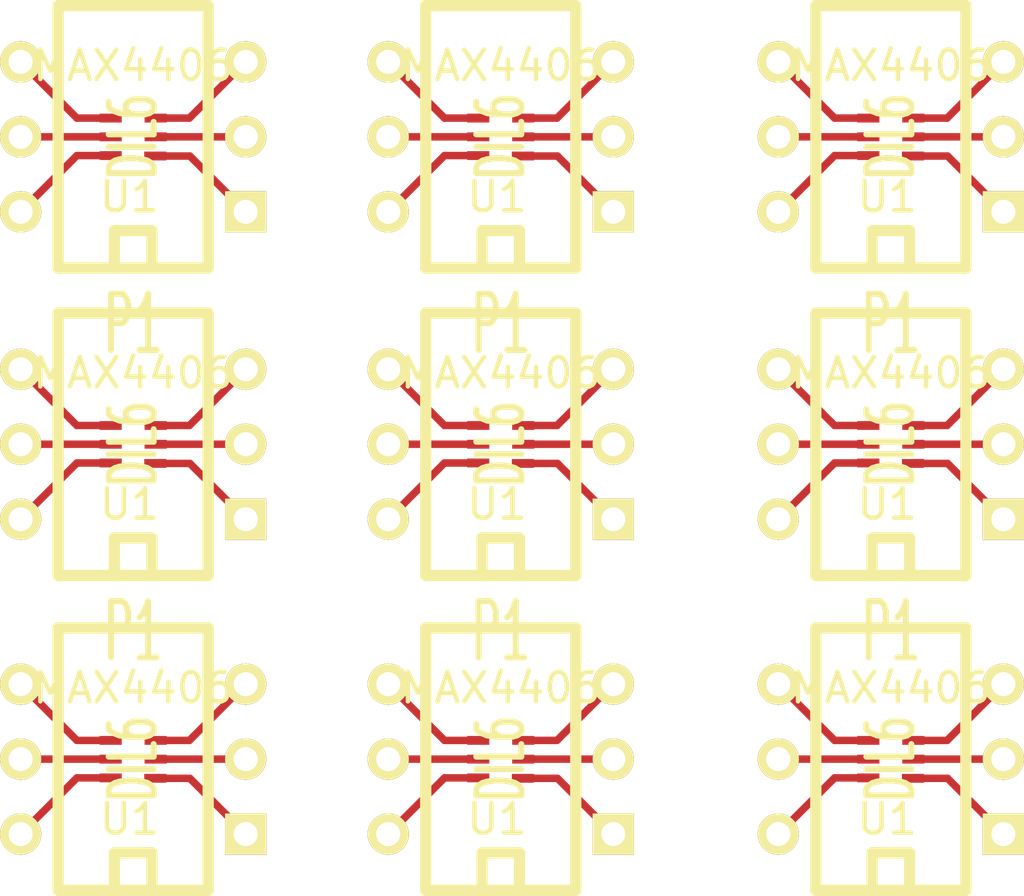
<source format=kicad_pcb>
(kicad_pcb (version 3) (host pcbnew "(2013-mar-13)-testing")

  (general
    (links 102)
    (no_connects 48)
    (area 124.6886 87.668099 160.156929 121.2977)
    (thickness 1.6)
    (drawings 0)
    (tracks 90)
    (zones 0)
    (modules 18)
    (nets 7)
  )

  (page A4)
  (layers
    (15 F.Cu signal)
    (0 B.Cu signal hide)
    (16 B.Adhes user hide)
    (17 F.Adhes user hide)
    (18 B.Paste user hide)
    (19 F.Paste user hide)
    (20 B.SilkS user hide)
    (21 F.SilkS user hide)
    (22 B.Mask user hide)
    (23 F.Mask user hide)
    (24 Dwgs.User user hide)
    (25 Cmts.User user hide)
    (26 Eco1.User user hide)
    (27 Eco2.User user hide)
    (28 Edge.Cuts user hide)
  )

  (setup
    (last_trace_width 0.254)
    (trace_clearance 0.254)
    (zone_clearance 0.508)
    (zone_45_only no)
    (trace_min 0.254)
    (segment_width 0.2)
    (edge_width 0.1)
    (via_size 0.889)
    (via_drill 0.635)
    (via_min_size 0.889)
    (via_min_drill 0.508)
    (uvia_size 0.508)
    (uvia_drill 0.127)
    (uvias_allowed no)
    (uvia_min_size 0.508)
    (uvia_min_drill 0.127)
    (pcb_text_width 0.3)
    (pcb_text_size 1.5 1.5)
    (mod_edge_width 0.15)
    (mod_text_size 1 1)
    (mod_text_width 0.15)
    (pad_size 1.5 1.5)
    (pad_drill 0.6)
    (pad_to_mask_clearance 0)
    (aux_axis_origin 0 0)
    (visible_elements 7FFFFFFF)
    (pcbplotparams
      (layerselection 32768)
      (usegerberextensions false)
      (excludeedgelayer true)
      (linewidth 0.150000)
      (plotframeref false)
      (viasonmask false)
      (mode 1)
      (useauxorigin false)
      (hpglpennumber 1)
      (hpglpenspeed 20)
      (hpglpendiameter 15)
      (hpglpenoverlay 2)
      (psnegative false)
      (psa4output false)
      (plotreference true)
      (plotvalue true)
      (plotothertext true)
      (plotinvisibletext false)
      (padsonsilk false)
      (subtractmaskfromsilk false)
      (outputformat 2)
      (mirror true)
      (drillshape 0)
      (scaleselection 1)
      (outputdirectory ""))
  )

  (net 0 "")
  (net 1 N-000001)
  (net 2 N-000002)
  (net 3 N-000003)
  (net 4 N-000004)
  (net 5 N-000005)
  (net 6 N-000006)

  (net_class Default "This is the default net class."
    (clearance 0.254)
    (trace_width 0.254)
    (via_dia 0.889)
    (via_drill 0.635)
    (uvia_dia 0.508)
    (uvia_drill 0.127)
    (add_net "")
    (add_net N-000001)
    (add_net N-000002)
    (add_net N-000003)
    (add_net N-000004)
    (add_net N-000005)
    (add_net N-000006)
  )

  (module DIP-6__300 (layer F.Cu) (tedit 49DC487C) (tstamp 55100A28)
    (at 129.4511 92.5576 90)
    (descr "6 pins DIL package, round pads")
    (tags DIL)
    (path /55100322)
    (fp_text reference P1 (at -6.35 0 180) (layer F.SilkS)
      (effects (font (size 1.905 1.016) (thickness 0.2032)))
    )
    (fp_text value DIL6 (at 0 0 90) (layer F.SilkS)
      (effects (font (size 1.524 0.889) (thickness 0.2032)))
    )
    (fp_line (start -4.445 -2.54) (end 4.445 -2.54) (layer F.SilkS) (width 0.381))
    (fp_line (start 4.445 -2.54) (end 4.445 2.54) (layer F.SilkS) (width 0.381))
    (fp_line (start 4.445 2.54) (end -4.445 2.54) (layer F.SilkS) (width 0.381))
    (fp_line (start -4.445 2.54) (end -4.445 -2.54) (layer F.SilkS) (width 0.381))
    (fp_line (start -4.445 -0.635) (end -3.175 -0.635) (layer F.SilkS) (width 0.381))
    (fp_line (start -3.175 -0.635) (end -3.175 0.635) (layer F.SilkS) (width 0.381))
    (fp_line (start -3.175 0.635) (end -4.445 0.635) (layer F.SilkS) (width 0.381))
    (pad 1 thru_hole rect (at -2.54 3.81 90) (size 1.397 1.397) (drill 0.8128)
      (layers *.Cu *.Mask F.SilkS)
      (net 6 N-000006)
    )
    (pad 2 thru_hole circle (at 0 3.81 90) (size 1.397 1.397) (drill 0.8128)
      (layers *.Cu *.Mask F.SilkS)
      (net 5 N-000005)
    )
    (pad 3 thru_hole circle (at 2.54 3.81 90) (size 1.397 1.397) (drill 0.8128)
      (layers *.Cu *.Mask F.SilkS)
      (net 4 N-000004)
    )
    (pad 4 thru_hole circle (at 2.54 -3.81 90) (size 1.397 1.397) (drill 0.8128)
      (layers *.Cu *.Mask F.SilkS)
      (net 3 N-000003)
    )
    (pad 5 thru_hole circle (at 0 -3.81 90) (size 1.397 1.397) (drill 0.8128)
      (layers *.Cu *.Mask F.SilkS)
      (net 1 N-000001)
    )
    (pad 6 thru_hole circle (at -2.54 -3.81 90) (size 1.397 1.397) (drill 0.8128)
      (layers *.Cu *.Mask F.SilkS)
      (net 2 N-000002)
    )
    (model dil/dil_6.wrl
      (at (xyz 0 0 0))
      (scale (xyz 1 1 1))
      (rotate (xyz 0 0 0))
    )
  )

  (module OTDFN6 (layer F.Cu) (tedit 55100848) (tstamp 55100A32)
    (at 129.4511 92.5576 180)
    (path /55100305)
    (fp_text reference U1 (at 0.127 -2.032 180) (layer F.SilkS)
      (effects (font (size 1 1) (thickness 0.15)))
    )
    (fp_text value MAX4406 (at 0 2.413 180) (layer F.SilkS)
      (effects (font (size 1 1) (thickness 0.15)))
    )
    (pad 1 smd rect (at -0.75 -0.65 180) (size 0.75 0.3)
      (layers F.Cu F.Adhes)
      (net 6 N-000006)
    )
    (pad 2 smd rect (at -0.762 0 180) (size 0.75 0.3)
      (layers F.Cu F.Adhes)
      (net 5 N-000005)
    )
    (pad 3 smd rect (at -0.762 0.635 180) (size 0.75 0.3)
      (layers F.Cu F.Adhes)
      (net 4 N-000004)
    )
    (pad 4 smd rect (at 0.762 0.635 180) (size 0.75 0.3)
      (layers F.Cu F.Adhes)
      (net 3 N-000003)
    )
    (pad 5 smd rect (at 0.762 0 180) (size 0.75 0.3)
      (layers F.Cu F.Adhes)
      (net 1 N-000001)
    )
    (pad 6 smd rect (at 0.762 -0.635 180) (size 0.75 0.3)
      (layers F.Cu F.Adhes)
      (net 2 N-000002)
    )
  )

  (module DIP-6__300 (layer F.Cu) (tedit 49DC487C) (tstamp 55100A28)
    (at 141.8971 92.5576 90)
    (descr "6 pins DIL package, round pads")
    (tags DIL)
    (path /55100322)
    (fp_text reference P1 (at -6.35 0 180) (layer F.SilkS)
      (effects (font (size 1.905 1.016) (thickness 0.2032)))
    )
    (fp_text value DIL6 (at 0 0 90) (layer F.SilkS)
      (effects (font (size 1.524 0.889) (thickness 0.2032)))
    )
    (fp_line (start -4.445 -2.54) (end 4.445 -2.54) (layer F.SilkS) (width 0.381))
    (fp_line (start 4.445 -2.54) (end 4.445 2.54) (layer F.SilkS) (width 0.381))
    (fp_line (start 4.445 2.54) (end -4.445 2.54) (layer F.SilkS) (width 0.381))
    (fp_line (start -4.445 2.54) (end -4.445 -2.54) (layer F.SilkS) (width 0.381))
    (fp_line (start -4.445 -0.635) (end -3.175 -0.635) (layer F.SilkS) (width 0.381))
    (fp_line (start -3.175 -0.635) (end -3.175 0.635) (layer F.SilkS) (width 0.381))
    (fp_line (start -3.175 0.635) (end -4.445 0.635) (layer F.SilkS) (width 0.381))
    (pad 1 thru_hole rect (at -2.54 3.81 90) (size 1.397 1.397) (drill 0.8128)
      (layers *.Cu *.Mask F.SilkS)
      (net 6 N-000006)
    )
    (pad 2 thru_hole circle (at 0 3.81 90) (size 1.397 1.397) (drill 0.8128)
      (layers *.Cu *.Mask F.SilkS)
      (net 5 N-000005)
    )
    (pad 3 thru_hole circle (at 2.54 3.81 90) (size 1.397 1.397) (drill 0.8128)
      (layers *.Cu *.Mask F.SilkS)
      (net 4 N-000004)
    )
    (pad 4 thru_hole circle (at 2.54 -3.81 90) (size 1.397 1.397) (drill 0.8128)
      (layers *.Cu *.Mask F.SilkS)
      (net 3 N-000003)
    )
    (pad 5 thru_hole circle (at 0 -3.81 90) (size 1.397 1.397) (drill 0.8128)
      (layers *.Cu *.Mask F.SilkS)
      (net 1 N-000001)
    )
    (pad 6 thru_hole circle (at -2.54 -3.81 90) (size 1.397 1.397) (drill 0.8128)
      (layers *.Cu *.Mask F.SilkS)
      (net 2 N-000002)
    )
    (model dil/dil_6.wrl
      (at (xyz 0 0 0))
      (scale (xyz 1 1 1))
      (rotate (xyz 0 0 0))
    )
  )

  (module OTDFN6 (layer F.Cu) (tedit 55100848) (tstamp 55100A32)
    (at 141.8971 92.5576 180)
    (path /55100305)
    (fp_text reference U1 (at 0.127 -2.032 180) (layer F.SilkS)
      (effects (font (size 1 1) (thickness 0.15)))
    )
    (fp_text value MAX4406 (at 0 2.413 180) (layer F.SilkS)
      (effects (font (size 1 1) (thickness 0.15)))
    )
    (pad 1 smd rect (at -0.75 -0.65 180) (size 0.75 0.3)
      (layers F.Cu F.Adhes)
      (net 6 N-000006)
    )
    (pad 2 smd rect (at -0.762 0 180) (size 0.75 0.3)
      (layers F.Cu F.Adhes)
      (net 5 N-000005)
    )
    (pad 3 smd rect (at -0.762 0.635 180) (size 0.75 0.3)
      (layers F.Cu F.Adhes)
      (net 4 N-000004)
    )
    (pad 4 smd rect (at 0.762 0.635 180) (size 0.75 0.3)
      (layers F.Cu F.Adhes)
      (net 3 N-000003)
    )
    (pad 5 smd rect (at 0.762 0 180) (size 0.75 0.3)
      (layers F.Cu F.Adhes)
      (net 1 N-000001)
    )
    (pad 6 smd rect (at 0.762 -0.635 180) (size 0.75 0.3)
      (layers F.Cu F.Adhes)
      (net 2 N-000002)
    )
  )

  (module DIP-6__300 (layer F.Cu) (tedit 49DC487C) (tstamp 55100A28)
    (at 129.4511 102.9716 90)
    (descr "6 pins DIL package, round pads")
    (tags DIL)
    (path /55100322)
    (fp_text reference P1 (at -6.35 0 180) (layer F.SilkS)
      (effects (font (size 1.905 1.016) (thickness 0.2032)))
    )
    (fp_text value DIL6 (at 0 0 90) (layer F.SilkS)
      (effects (font (size 1.524 0.889) (thickness 0.2032)))
    )
    (fp_line (start -4.445 -2.54) (end 4.445 -2.54) (layer F.SilkS) (width 0.381))
    (fp_line (start 4.445 -2.54) (end 4.445 2.54) (layer F.SilkS) (width 0.381))
    (fp_line (start 4.445 2.54) (end -4.445 2.54) (layer F.SilkS) (width 0.381))
    (fp_line (start -4.445 2.54) (end -4.445 -2.54) (layer F.SilkS) (width 0.381))
    (fp_line (start -4.445 -0.635) (end -3.175 -0.635) (layer F.SilkS) (width 0.381))
    (fp_line (start -3.175 -0.635) (end -3.175 0.635) (layer F.SilkS) (width 0.381))
    (fp_line (start -3.175 0.635) (end -4.445 0.635) (layer F.SilkS) (width 0.381))
    (pad 1 thru_hole rect (at -2.54 3.81 90) (size 1.397 1.397) (drill 0.8128)
      (layers *.Cu *.Mask F.SilkS)
      (net 6 N-000006)
    )
    (pad 2 thru_hole circle (at 0 3.81 90) (size 1.397 1.397) (drill 0.8128)
      (layers *.Cu *.Mask F.SilkS)
      (net 5 N-000005)
    )
    (pad 3 thru_hole circle (at 2.54 3.81 90) (size 1.397 1.397) (drill 0.8128)
      (layers *.Cu *.Mask F.SilkS)
      (net 4 N-000004)
    )
    (pad 4 thru_hole circle (at 2.54 -3.81 90) (size 1.397 1.397) (drill 0.8128)
      (layers *.Cu *.Mask F.SilkS)
      (net 3 N-000003)
    )
    (pad 5 thru_hole circle (at 0 -3.81 90) (size 1.397 1.397) (drill 0.8128)
      (layers *.Cu *.Mask F.SilkS)
      (net 1 N-000001)
    )
    (pad 6 thru_hole circle (at -2.54 -3.81 90) (size 1.397 1.397) (drill 0.8128)
      (layers *.Cu *.Mask F.SilkS)
      (net 2 N-000002)
    )
    (model dil/dil_6.wrl
      (at (xyz 0 0 0))
      (scale (xyz 1 1 1))
      (rotate (xyz 0 0 0))
    )
  )

  (module OTDFN6 (layer F.Cu) (tedit 55100848) (tstamp 55100A32)
    (at 129.4511 102.9716 180)
    (path /55100305)
    (fp_text reference U1 (at 0.127 -2.032 180) (layer F.SilkS)
      (effects (font (size 1 1) (thickness 0.15)))
    )
    (fp_text value MAX4406 (at 0 2.413 180) (layer F.SilkS)
      (effects (font (size 1 1) (thickness 0.15)))
    )
    (pad 1 smd rect (at -0.75 -0.65 180) (size 0.75 0.3)
      (layers F.Cu F.Adhes)
      (net 6 N-000006)
    )
    (pad 2 smd rect (at -0.762 0 180) (size 0.75 0.3)
      (layers F.Cu F.Adhes)
      (net 5 N-000005)
    )
    (pad 3 smd rect (at -0.762 0.635 180) (size 0.75 0.3)
      (layers F.Cu F.Adhes)
      (net 4 N-000004)
    )
    (pad 4 smd rect (at 0.762 0.635 180) (size 0.75 0.3)
      (layers F.Cu F.Adhes)
      (net 3 N-000003)
    )
    (pad 5 smd rect (at 0.762 0 180) (size 0.75 0.3)
      (layers F.Cu F.Adhes)
      (net 1 N-000001)
    )
    (pad 6 smd rect (at 0.762 -0.635 180) (size 0.75 0.3)
      (layers F.Cu F.Adhes)
      (net 2 N-000002)
    )
  )

  (module DIP-6__300 (layer F.Cu) (tedit 49DC487C) (tstamp 55100A28)
    (at 155.1051 92.5576 90)
    (descr "6 pins DIL package, round pads")
    (tags DIL)
    (path /55100322)
    (fp_text reference P1 (at -6.35 0 180) (layer F.SilkS)
      (effects (font (size 1.905 1.016) (thickness 0.2032)))
    )
    (fp_text value DIL6 (at 0 0 90) (layer F.SilkS)
      (effects (font (size 1.524 0.889) (thickness 0.2032)))
    )
    (fp_line (start -4.445 -2.54) (end 4.445 -2.54) (layer F.SilkS) (width 0.381))
    (fp_line (start 4.445 -2.54) (end 4.445 2.54) (layer F.SilkS) (width 0.381))
    (fp_line (start 4.445 2.54) (end -4.445 2.54) (layer F.SilkS) (width 0.381))
    (fp_line (start -4.445 2.54) (end -4.445 -2.54) (layer F.SilkS) (width 0.381))
    (fp_line (start -4.445 -0.635) (end -3.175 -0.635) (layer F.SilkS) (width 0.381))
    (fp_line (start -3.175 -0.635) (end -3.175 0.635) (layer F.SilkS) (width 0.381))
    (fp_line (start -3.175 0.635) (end -4.445 0.635) (layer F.SilkS) (width 0.381))
    (pad 1 thru_hole rect (at -2.54 3.81 90) (size 1.397 1.397) (drill 0.8128)
      (layers *.Cu *.Mask F.SilkS)
      (net 6 N-000006)
    )
    (pad 2 thru_hole circle (at 0 3.81 90) (size 1.397 1.397) (drill 0.8128)
      (layers *.Cu *.Mask F.SilkS)
      (net 5 N-000005)
    )
    (pad 3 thru_hole circle (at 2.54 3.81 90) (size 1.397 1.397) (drill 0.8128)
      (layers *.Cu *.Mask F.SilkS)
      (net 4 N-000004)
    )
    (pad 4 thru_hole circle (at 2.54 -3.81 90) (size 1.397 1.397) (drill 0.8128)
      (layers *.Cu *.Mask F.SilkS)
      (net 3 N-000003)
    )
    (pad 5 thru_hole circle (at 0 -3.81 90) (size 1.397 1.397) (drill 0.8128)
      (layers *.Cu *.Mask F.SilkS)
      (net 1 N-000001)
    )
    (pad 6 thru_hole circle (at -2.54 -3.81 90) (size 1.397 1.397) (drill 0.8128)
      (layers *.Cu *.Mask F.SilkS)
      (net 2 N-000002)
    )
    (model dil/dil_6.wrl
      (at (xyz 0 0 0))
      (scale (xyz 1 1 1))
      (rotate (xyz 0 0 0))
    )
  )

  (module OTDFN6 (layer F.Cu) (tedit 55100848) (tstamp 55100A32)
    (at 155.1051 92.5576 180)
    (path /55100305)
    (fp_text reference U1 (at 0.127 -2.032 180) (layer F.SilkS)
      (effects (font (size 1 1) (thickness 0.15)))
    )
    (fp_text value MAX4406 (at 0 2.413 180) (layer F.SilkS)
      (effects (font (size 1 1) (thickness 0.15)))
    )
    (pad 1 smd rect (at -0.75 -0.65 180) (size 0.75 0.3)
      (layers F.Cu F.Adhes)
      (net 6 N-000006)
    )
    (pad 2 smd rect (at -0.762 0 180) (size 0.75 0.3)
      (layers F.Cu F.Adhes)
      (net 5 N-000005)
    )
    (pad 3 smd rect (at -0.762 0.635 180) (size 0.75 0.3)
      (layers F.Cu F.Adhes)
      (net 4 N-000004)
    )
    (pad 4 smd rect (at 0.762 0.635 180) (size 0.75 0.3)
      (layers F.Cu F.Adhes)
      (net 3 N-000003)
    )
    (pad 5 smd rect (at 0.762 0 180) (size 0.75 0.3)
      (layers F.Cu F.Adhes)
      (net 1 N-000001)
    )
    (pad 6 smd rect (at 0.762 -0.635 180) (size 0.75 0.3)
      (layers F.Cu F.Adhes)
      (net 2 N-000002)
    )
  )

  (module DIP-6__300 (layer F.Cu) (tedit 49DC487C) (tstamp 55100A28)
    (at 155.1051 102.9716 90)
    (descr "6 pins DIL package, round pads")
    (tags DIL)
    (path /55100322)
    (fp_text reference P1 (at -6.35 0 180) (layer F.SilkS)
      (effects (font (size 1.905 1.016) (thickness 0.2032)))
    )
    (fp_text value DIL6 (at 0 0 90) (layer F.SilkS)
      (effects (font (size 1.524 0.889) (thickness 0.2032)))
    )
    (fp_line (start -4.445 -2.54) (end 4.445 -2.54) (layer F.SilkS) (width 0.381))
    (fp_line (start 4.445 -2.54) (end 4.445 2.54) (layer F.SilkS) (width 0.381))
    (fp_line (start 4.445 2.54) (end -4.445 2.54) (layer F.SilkS) (width 0.381))
    (fp_line (start -4.445 2.54) (end -4.445 -2.54) (layer F.SilkS) (width 0.381))
    (fp_line (start -4.445 -0.635) (end -3.175 -0.635) (layer F.SilkS) (width 0.381))
    (fp_line (start -3.175 -0.635) (end -3.175 0.635) (layer F.SilkS) (width 0.381))
    (fp_line (start -3.175 0.635) (end -4.445 0.635) (layer F.SilkS) (width 0.381))
    (pad 1 thru_hole rect (at -2.54 3.81 90) (size 1.397 1.397) (drill 0.8128)
      (layers *.Cu *.Mask F.SilkS)
      (net 6 N-000006)
    )
    (pad 2 thru_hole circle (at 0 3.81 90) (size 1.397 1.397) (drill 0.8128)
      (layers *.Cu *.Mask F.SilkS)
      (net 5 N-000005)
    )
    (pad 3 thru_hole circle (at 2.54 3.81 90) (size 1.397 1.397) (drill 0.8128)
      (layers *.Cu *.Mask F.SilkS)
      (net 4 N-000004)
    )
    (pad 4 thru_hole circle (at 2.54 -3.81 90) (size 1.397 1.397) (drill 0.8128)
      (layers *.Cu *.Mask F.SilkS)
      (net 3 N-000003)
    )
    (pad 5 thru_hole circle (at 0 -3.81 90) (size 1.397 1.397) (drill 0.8128)
      (layers *.Cu *.Mask F.SilkS)
      (net 1 N-000001)
    )
    (pad 6 thru_hole circle (at -2.54 -3.81 90) (size 1.397 1.397) (drill 0.8128)
      (layers *.Cu *.Mask F.SilkS)
      (net 2 N-000002)
    )
    (model dil/dil_6.wrl
      (at (xyz 0 0 0))
      (scale (xyz 1 1 1))
      (rotate (xyz 0 0 0))
    )
  )

  (module OTDFN6 (layer F.Cu) (tedit 55100848) (tstamp 55100A32)
    (at 155.1051 102.9716 180)
    (path /55100305)
    (fp_text reference U1 (at 0.127 -2.032 180) (layer F.SilkS)
      (effects (font (size 1 1) (thickness 0.15)))
    )
    (fp_text value MAX4406 (at 0 2.413 180) (layer F.SilkS)
      (effects (font (size 1 1) (thickness 0.15)))
    )
    (pad 1 smd rect (at -0.75 -0.65 180) (size 0.75 0.3)
      (layers F.Cu F.Adhes)
      (net 6 N-000006)
    )
    (pad 2 smd rect (at -0.762 0 180) (size 0.75 0.3)
      (layers F.Cu F.Adhes)
      (net 5 N-000005)
    )
    (pad 3 smd rect (at -0.762 0.635 180) (size 0.75 0.3)
      (layers F.Cu F.Adhes)
      (net 4 N-000004)
    )
    (pad 4 smd rect (at 0.762 0.635 180) (size 0.75 0.3)
      (layers F.Cu F.Adhes)
      (net 3 N-000003)
    )
    (pad 5 smd rect (at 0.762 0 180) (size 0.75 0.3)
      (layers F.Cu F.Adhes)
      (net 1 N-000001)
    )
    (pad 6 smd rect (at 0.762 -0.635 180) (size 0.75 0.3)
      (layers F.Cu F.Adhes)
      (net 2 N-000002)
    )
  )

  (module DIP-6__300 (layer F.Cu) (tedit 49DC487C) (tstamp 55100A28)
    (at 129.4511 113.6396 90)
    (descr "6 pins DIL package, round pads")
    (tags DIL)
    (path /55100322)
    (fp_text reference P1 (at -6.35 0 180) (layer F.SilkS)
      (effects (font (size 1.905 1.016) (thickness 0.2032)))
    )
    (fp_text value DIL6 (at 0 0 90) (layer F.SilkS)
      (effects (font (size 1.524 0.889) (thickness 0.2032)))
    )
    (fp_line (start -4.445 -2.54) (end 4.445 -2.54) (layer F.SilkS) (width 0.381))
    (fp_line (start 4.445 -2.54) (end 4.445 2.54) (layer F.SilkS) (width 0.381))
    (fp_line (start 4.445 2.54) (end -4.445 2.54) (layer F.SilkS) (width 0.381))
    (fp_line (start -4.445 2.54) (end -4.445 -2.54) (layer F.SilkS) (width 0.381))
    (fp_line (start -4.445 -0.635) (end -3.175 -0.635) (layer F.SilkS) (width 0.381))
    (fp_line (start -3.175 -0.635) (end -3.175 0.635) (layer F.SilkS) (width 0.381))
    (fp_line (start -3.175 0.635) (end -4.445 0.635) (layer F.SilkS) (width 0.381))
    (pad 1 thru_hole rect (at -2.54 3.81 90) (size 1.397 1.397) (drill 0.8128)
      (layers *.Cu *.Mask F.SilkS)
      (net 6 N-000006)
    )
    (pad 2 thru_hole circle (at 0 3.81 90) (size 1.397 1.397) (drill 0.8128)
      (layers *.Cu *.Mask F.SilkS)
      (net 5 N-000005)
    )
    (pad 3 thru_hole circle (at 2.54 3.81 90) (size 1.397 1.397) (drill 0.8128)
      (layers *.Cu *.Mask F.SilkS)
      (net 4 N-000004)
    )
    (pad 4 thru_hole circle (at 2.54 -3.81 90) (size 1.397 1.397) (drill 0.8128)
      (layers *.Cu *.Mask F.SilkS)
      (net 3 N-000003)
    )
    (pad 5 thru_hole circle (at 0 -3.81 90) (size 1.397 1.397) (drill 0.8128)
      (layers *.Cu *.Mask F.SilkS)
      (net 1 N-000001)
    )
    (pad 6 thru_hole circle (at -2.54 -3.81 90) (size 1.397 1.397) (drill 0.8128)
      (layers *.Cu *.Mask F.SilkS)
      (net 2 N-000002)
    )
    (model dil/dil_6.wrl
      (at (xyz 0 0 0))
      (scale (xyz 1 1 1))
      (rotate (xyz 0 0 0))
    )
  )

  (module OTDFN6 (layer F.Cu) (tedit 55100848) (tstamp 55100A32)
    (at 129.4511 113.6396 180)
    (path /55100305)
    (fp_text reference U1 (at 0.127 -2.032 180) (layer F.SilkS)
      (effects (font (size 1 1) (thickness 0.15)))
    )
    (fp_text value MAX4406 (at 0 2.413 180) (layer F.SilkS)
      (effects (font (size 1 1) (thickness 0.15)))
    )
    (pad 1 smd rect (at -0.75 -0.65 180) (size 0.75 0.3)
      (layers F.Cu F.Adhes)
      (net 6 N-000006)
    )
    (pad 2 smd rect (at -0.762 0 180) (size 0.75 0.3)
      (layers F.Cu F.Adhes)
      (net 5 N-000005)
    )
    (pad 3 smd rect (at -0.762 0.635 180) (size 0.75 0.3)
      (layers F.Cu F.Adhes)
      (net 4 N-000004)
    )
    (pad 4 smd rect (at 0.762 0.635 180) (size 0.75 0.3)
      (layers F.Cu F.Adhes)
      (net 3 N-000003)
    )
    (pad 5 smd rect (at 0.762 0 180) (size 0.75 0.3)
      (layers F.Cu F.Adhes)
      (net 1 N-000001)
    )
    (pad 6 smd rect (at 0.762 -0.635 180) (size 0.75 0.3)
      (layers F.Cu F.Adhes)
      (net 2 N-000002)
    )
  )

  (module DIP-6__300 (layer F.Cu) (tedit 49DC487C) (tstamp 55100A28)
    (at 155.1051 113.6396 90)
    (descr "6 pins DIL package, round pads")
    (tags DIL)
    (path /55100322)
    (fp_text reference P1 (at -6.35 0 180) (layer F.SilkS)
      (effects (font (size 1.905 1.016) (thickness 0.2032)))
    )
    (fp_text value DIL6 (at 0 0 90) (layer F.SilkS)
      (effects (font (size 1.524 0.889) (thickness 0.2032)))
    )
    (fp_line (start -4.445 -2.54) (end 4.445 -2.54) (layer F.SilkS) (width 0.381))
    (fp_line (start 4.445 -2.54) (end 4.445 2.54) (layer F.SilkS) (width 0.381))
    (fp_line (start 4.445 2.54) (end -4.445 2.54) (layer F.SilkS) (width 0.381))
    (fp_line (start -4.445 2.54) (end -4.445 -2.54) (layer F.SilkS) (width 0.381))
    (fp_line (start -4.445 -0.635) (end -3.175 -0.635) (layer F.SilkS) (width 0.381))
    (fp_line (start -3.175 -0.635) (end -3.175 0.635) (layer F.SilkS) (width 0.381))
    (fp_line (start -3.175 0.635) (end -4.445 0.635) (layer F.SilkS) (width 0.381))
    (pad 1 thru_hole rect (at -2.54 3.81 90) (size 1.397 1.397) (drill 0.8128)
      (layers *.Cu *.Mask F.SilkS)
      (net 6 N-000006)
    )
    (pad 2 thru_hole circle (at 0 3.81 90) (size 1.397 1.397) (drill 0.8128)
      (layers *.Cu *.Mask F.SilkS)
      (net 5 N-000005)
    )
    (pad 3 thru_hole circle (at 2.54 3.81 90) (size 1.397 1.397) (drill 0.8128)
      (layers *.Cu *.Mask F.SilkS)
      (net 4 N-000004)
    )
    (pad 4 thru_hole circle (at 2.54 -3.81 90) (size 1.397 1.397) (drill 0.8128)
      (layers *.Cu *.Mask F.SilkS)
      (net 3 N-000003)
    )
    (pad 5 thru_hole circle (at 0 -3.81 90) (size 1.397 1.397) (drill 0.8128)
      (layers *.Cu *.Mask F.SilkS)
      (net 1 N-000001)
    )
    (pad 6 thru_hole circle (at -2.54 -3.81 90) (size 1.397 1.397) (drill 0.8128)
      (layers *.Cu *.Mask F.SilkS)
      (net 2 N-000002)
    )
    (model dil/dil_6.wrl
      (at (xyz 0 0 0))
      (scale (xyz 1 1 1))
      (rotate (xyz 0 0 0))
    )
  )

  (module OTDFN6 (layer F.Cu) (tedit 55100848) (tstamp 55100A32)
    (at 155.1051 113.6396 180)
    (path /55100305)
    (fp_text reference U1 (at 0.127 -2.032 180) (layer F.SilkS)
      (effects (font (size 1 1) (thickness 0.15)))
    )
    (fp_text value MAX4406 (at 0 2.413 180) (layer F.SilkS)
      (effects (font (size 1 1) (thickness 0.15)))
    )
    (pad 1 smd rect (at -0.75 -0.65 180) (size 0.75 0.3)
      (layers F.Cu F.Adhes)
      (net 6 N-000006)
    )
    (pad 2 smd rect (at -0.762 0 180) (size 0.75 0.3)
      (layers F.Cu F.Adhes)
      (net 5 N-000005)
    )
    (pad 3 smd rect (at -0.762 0.635 180) (size 0.75 0.3)
      (layers F.Cu F.Adhes)
      (net 4 N-000004)
    )
    (pad 4 smd rect (at 0.762 0.635 180) (size 0.75 0.3)
      (layers F.Cu F.Adhes)
      (net 3 N-000003)
    )
    (pad 5 smd rect (at 0.762 0 180) (size 0.75 0.3)
      (layers F.Cu F.Adhes)
      (net 1 N-000001)
    )
    (pad 6 smd rect (at 0.762 -0.635 180) (size 0.75 0.3)
      (layers F.Cu F.Adhes)
      (net 2 N-000002)
    )
  )

  (module DIP-6__300 (layer F.Cu) (tedit 49DC487C) (tstamp 55100A28)
    (at 141.8971 113.6396 90)
    (descr "6 pins DIL package, round pads")
    (tags DIL)
    (path /55100322)
    (fp_text reference P1 (at -6.35 0 180) (layer F.SilkS)
      (effects (font (size 1.905 1.016) (thickness 0.2032)))
    )
    (fp_text value DIL6 (at 0 0 90) (layer F.SilkS)
      (effects (font (size 1.524 0.889) (thickness 0.2032)))
    )
    (fp_line (start -4.445 -2.54) (end 4.445 -2.54) (layer F.SilkS) (width 0.381))
    (fp_line (start 4.445 -2.54) (end 4.445 2.54) (layer F.SilkS) (width 0.381))
    (fp_line (start 4.445 2.54) (end -4.445 2.54) (layer F.SilkS) (width 0.381))
    (fp_line (start -4.445 2.54) (end -4.445 -2.54) (layer F.SilkS) (width 0.381))
    (fp_line (start -4.445 -0.635) (end -3.175 -0.635) (layer F.SilkS) (width 0.381))
    (fp_line (start -3.175 -0.635) (end -3.175 0.635) (layer F.SilkS) (width 0.381))
    (fp_line (start -3.175 0.635) (end -4.445 0.635) (layer F.SilkS) (width 0.381))
    (pad 1 thru_hole rect (at -2.54 3.81 90) (size 1.397 1.397) (drill 0.8128)
      (layers *.Cu *.Mask F.SilkS)
      (net 6 N-000006)
    )
    (pad 2 thru_hole circle (at 0 3.81 90) (size 1.397 1.397) (drill 0.8128)
      (layers *.Cu *.Mask F.SilkS)
      (net 5 N-000005)
    )
    (pad 3 thru_hole circle (at 2.54 3.81 90) (size 1.397 1.397) (drill 0.8128)
      (layers *.Cu *.Mask F.SilkS)
      (net 4 N-000004)
    )
    (pad 4 thru_hole circle (at 2.54 -3.81 90) (size 1.397 1.397) (drill 0.8128)
      (layers *.Cu *.Mask F.SilkS)
      (net 3 N-000003)
    )
    (pad 5 thru_hole circle (at 0 -3.81 90) (size 1.397 1.397) (drill 0.8128)
      (layers *.Cu *.Mask F.SilkS)
      (net 1 N-000001)
    )
    (pad 6 thru_hole circle (at -2.54 -3.81 90) (size 1.397 1.397) (drill 0.8128)
      (layers *.Cu *.Mask F.SilkS)
      (net 2 N-000002)
    )
    (model dil/dil_6.wrl
      (at (xyz 0 0 0))
      (scale (xyz 1 1 1))
      (rotate (xyz 0 0 0))
    )
  )

  (module OTDFN6 (layer F.Cu) (tedit 55100848) (tstamp 55100A32)
    (at 141.8971 113.6396 180)
    (path /55100305)
    (fp_text reference U1 (at 0.127 -2.032 180) (layer F.SilkS)
      (effects (font (size 1 1) (thickness 0.15)))
    )
    (fp_text value MAX4406 (at 0 2.413 180) (layer F.SilkS)
      (effects (font (size 1 1) (thickness 0.15)))
    )
    (pad 1 smd rect (at -0.75 -0.65 180) (size 0.75 0.3)
      (layers F.Cu F.Adhes)
      (net 6 N-000006)
    )
    (pad 2 smd rect (at -0.762 0 180) (size 0.75 0.3)
      (layers F.Cu F.Adhes)
      (net 5 N-000005)
    )
    (pad 3 smd rect (at -0.762 0.635 180) (size 0.75 0.3)
      (layers F.Cu F.Adhes)
      (net 4 N-000004)
    )
    (pad 4 smd rect (at 0.762 0.635 180) (size 0.75 0.3)
      (layers F.Cu F.Adhes)
      (net 3 N-000003)
    )
    (pad 5 smd rect (at 0.762 0 180) (size 0.75 0.3)
      (layers F.Cu F.Adhes)
      (net 1 N-000001)
    )
    (pad 6 smd rect (at 0.762 -0.635 180) (size 0.75 0.3)
      (layers F.Cu F.Adhes)
      (net 2 N-000002)
    )
  )

  (module DIP-6__300 (layer F.Cu) (tedit 49DC487C) (tstamp 55100A28)
    (at 141.8971 102.9716 90)
    (descr "6 pins DIL package, round pads")
    (tags DIL)
    (path /55100322)
    (fp_text reference P1 (at -6.35 0 180) (layer F.SilkS)
      (effects (font (size 1.905 1.016) (thickness 0.2032)))
    )
    (fp_text value DIL6 (at 0 0 90) (layer F.SilkS)
      (effects (font (size 1.524 0.889) (thickness 0.2032)))
    )
    (fp_line (start -4.445 -2.54) (end 4.445 -2.54) (layer F.SilkS) (width 0.381))
    (fp_line (start 4.445 -2.54) (end 4.445 2.54) (layer F.SilkS) (width 0.381))
    (fp_line (start 4.445 2.54) (end -4.445 2.54) (layer F.SilkS) (width 0.381))
    (fp_line (start -4.445 2.54) (end -4.445 -2.54) (layer F.SilkS) (width 0.381))
    (fp_line (start -4.445 -0.635) (end -3.175 -0.635) (layer F.SilkS) (width 0.381))
    (fp_line (start -3.175 -0.635) (end -3.175 0.635) (layer F.SilkS) (width 0.381))
    (fp_line (start -3.175 0.635) (end -4.445 0.635) (layer F.SilkS) (width 0.381))
    (pad 1 thru_hole rect (at -2.54 3.81 90) (size 1.397 1.397) (drill 0.8128)
      (layers *.Cu *.Mask F.SilkS)
      (net 6 N-000006)
    )
    (pad 2 thru_hole circle (at 0 3.81 90) (size 1.397 1.397) (drill 0.8128)
      (layers *.Cu *.Mask F.SilkS)
      (net 5 N-000005)
    )
    (pad 3 thru_hole circle (at 2.54 3.81 90) (size 1.397 1.397) (drill 0.8128)
      (layers *.Cu *.Mask F.SilkS)
      (net 4 N-000004)
    )
    (pad 4 thru_hole circle (at 2.54 -3.81 90) (size 1.397 1.397) (drill 0.8128)
      (layers *.Cu *.Mask F.SilkS)
      (net 3 N-000003)
    )
    (pad 5 thru_hole circle (at 0 -3.81 90) (size 1.397 1.397) (drill 0.8128)
      (layers *.Cu *.Mask F.SilkS)
      (net 1 N-000001)
    )
    (pad 6 thru_hole circle (at -2.54 -3.81 90) (size 1.397 1.397) (drill 0.8128)
      (layers *.Cu *.Mask F.SilkS)
      (net 2 N-000002)
    )
    (model dil/dil_6.wrl
      (at (xyz 0 0 0))
      (scale (xyz 1 1 1))
      (rotate (xyz 0 0 0))
    )
  )

  (module OTDFN6 (layer F.Cu) (tedit 55100848) (tstamp 55100A32)
    (at 141.8971 102.9716 180)
    (path /55100305)
    (fp_text reference U1 (at 0.127 -2.032 180) (layer F.SilkS)
      (effects (font (size 1 1) (thickness 0.15)))
    )
    (fp_text value MAX4406 (at 0 2.413 180) (layer F.SilkS)
      (effects (font (size 1 1) (thickness 0.15)))
    )
    (pad 1 smd rect (at -0.75 -0.65 180) (size 0.75 0.3)
      (layers F.Cu F.Adhes)
      (net 6 N-000006)
    )
    (pad 2 smd rect (at -0.762 0 180) (size 0.75 0.3)
      (layers F.Cu F.Adhes)
      (net 5 N-000005)
    )
    (pad 3 smd rect (at -0.762 0.635 180) (size 0.75 0.3)
      (layers F.Cu F.Adhes)
      (net 4 N-000004)
    )
    (pad 4 smd rect (at 0.762 0.635 180) (size 0.75 0.3)
      (layers F.Cu F.Adhes)
      (net 3 N-000003)
    )
    (pad 5 smd rect (at 0.762 0 180) (size 0.75 0.3)
      (layers F.Cu F.Adhes)
      (net 1 N-000001)
    )
    (pad 6 smd rect (at 0.762 -0.635 180) (size 0.75 0.3)
      (layers F.Cu F.Adhes)
      (net 2 N-000002)
    )
  )

  (segment (start 128.6891 92.5576) (end 125.6411 92.5576) (width 0.254) (layer F.Cu) (net 1))
  (segment (start 141.1351 92.5576) (end 138.0871 92.5576) (width 0.254) (layer F.Cu) (net 1))
  (segment (start 128.6891 102.9716) (end 125.6411 102.9716) (width 0.254) (layer F.Cu) (net 1))
  (segment (start 154.3431 92.5576) (end 151.2951 92.5576) (width 0.254) (layer F.Cu) (net 1))
  (segment (start 154.3431 102.9716) (end 151.2951 102.9716) (width 0.254) (layer F.Cu) (net 1))
  (segment (start 128.6891 113.6396) (end 125.6411 113.6396) (width 0.254) (layer F.Cu) (net 1))
  (segment (start 154.3431 113.6396) (end 151.2951 113.6396) (width 0.254) (layer F.Cu) (net 1))
  (segment (start 141.1351 113.6396) (end 138.0871 113.6396) (width 0.254) (layer F.Cu) (net 1))
  (segment (start 141.1351 102.9716) (end 138.0871 102.9716) (width 0.254) (layer F.Cu) (net 1))
  (segment (start 128.6891 93.1926) (end 127.5461 93.1926) (width 0.254) (layer F.Cu) (net 2))
  (segment (start 127.5461 93.1926) (end 125.6411 95.0976) (width 0.254) (layer F.Cu) (net 2) (tstamp 55100B12))
  (segment (start 141.1351 93.1926) (end 139.9921 93.1926) (width 0.254) (layer F.Cu) (net 2))
  (segment (start 139.9921 93.1926) (end 138.0871 95.0976) (width 0.254) (layer F.Cu) (net 2) (tstamp 55100B12))
  (segment (start 128.6891 103.6066) (end 127.5461 103.6066) (width 0.254) (layer F.Cu) (net 2))
  (segment (start 127.5461 103.6066) (end 125.6411 105.5116) (width 0.254) (layer F.Cu) (net 2) (tstamp 55100B12))
  (segment (start 154.3431 93.1926) (end 153.2001 93.1926) (width 0.254) (layer F.Cu) (net 2))
  (segment (start 153.2001 93.1926) (end 151.2951 95.0976) (width 0.254) (layer F.Cu) (net 2) (tstamp 55100B12))
  (segment (start 154.3431 103.6066) (end 153.2001 103.6066) (width 0.254) (layer F.Cu) (net 2))
  (segment (start 153.2001 103.6066) (end 151.2951 105.5116) (width 0.254) (layer F.Cu) (net 2) (tstamp 55100B12))
  (segment (start 128.6891 114.2746) (end 127.5461 114.2746) (width 0.254) (layer F.Cu) (net 2))
  (segment (start 127.5461 114.2746) (end 125.6411 116.1796) (width 0.254) (layer F.Cu) (net 2) (tstamp 55100B12))
  (segment (start 154.3431 114.2746) (end 153.2001 114.2746) (width 0.254) (layer F.Cu) (net 2))
  (segment (start 153.2001 114.2746) (end 151.2951 116.1796) (width 0.254) (layer F.Cu) (net 2) (tstamp 55100B12))
  (segment (start 141.1351 114.2746) (end 139.9921 114.2746) (width 0.254) (layer F.Cu) (net 2))
  (segment (start 139.9921 114.2746) (end 138.0871 116.1796) (width 0.254) (layer F.Cu) (net 2) (tstamp 55100B12))
  (segment (start 141.1351 103.6066) (end 139.9921 103.6066) (width 0.254) (layer F.Cu) (net 2))
  (segment (start 139.9921 103.6066) (end 138.0871 105.5116) (width 0.254) (layer F.Cu) (net 2) (tstamp 55100B12))
  (segment (start 128.6891 91.9226) (end 127.5461 91.9226) (width 0.254) (layer F.Cu) (net 3))
  (segment (start 127.5461 91.9226) (end 125.6411 90.0176) (width 0.254) (layer F.Cu) (net 3) (tstamp 55100B1D))
  (segment (start 141.1351 91.9226) (end 139.9921 91.9226) (width 0.254) (layer F.Cu) (net 3))
  (segment (start 139.9921 91.9226) (end 138.0871 90.0176) (width 0.254) (layer F.Cu) (net 3) (tstamp 55100B1D))
  (segment (start 128.6891 102.3366) (end 127.5461 102.3366) (width 0.254) (layer F.Cu) (net 3))
  (segment (start 127.5461 102.3366) (end 125.6411 100.4316) (width 0.254) (layer F.Cu) (net 3) (tstamp 55100B1D))
  (segment (start 154.3431 91.9226) (end 153.2001 91.9226) (width 0.254) (layer F.Cu) (net 3))
  (segment (start 153.2001 91.9226) (end 151.2951 90.0176) (width 0.254) (layer F.Cu) (net 3) (tstamp 55100B1D))
  (segment (start 154.3431 102.3366) (end 153.2001 102.3366) (width 0.254) (layer F.Cu) (net 3))
  (segment (start 153.2001 102.3366) (end 151.2951 100.4316) (width 0.254) (layer F.Cu) (net 3) (tstamp 55100B1D))
  (segment (start 128.6891 113.0046) (end 127.5461 113.0046) (width 0.254) (layer F.Cu) (net 3))
  (segment (start 127.5461 113.0046) (end 125.6411 111.0996) (width 0.254) (layer F.Cu) (net 3) (tstamp 55100B1D))
  (segment (start 154.3431 113.0046) (end 153.2001 113.0046) (width 0.254) (layer F.Cu) (net 3))
  (segment (start 153.2001 113.0046) (end 151.2951 111.0996) (width 0.254) (layer F.Cu) (net 3) (tstamp 55100B1D))
  (segment (start 141.1351 113.0046) (end 139.9921 113.0046) (width 0.254) (layer F.Cu) (net 3))
  (segment (start 139.9921 113.0046) (end 138.0871 111.0996) (width 0.254) (layer F.Cu) (net 3) (tstamp 55100B1D))
  (segment (start 141.1351 102.3366) (end 139.9921 102.3366) (width 0.254) (layer F.Cu) (net 3))
  (segment (start 139.9921 102.3366) (end 138.0871 100.4316) (width 0.254) (layer F.Cu) (net 3) (tstamp 55100B1D))
  (segment (start 130.2131 91.9226) (end 131.3561 91.9226) (width 0.254) (layer F.Cu) (net 4))
  (segment (start 131.3561 91.9226) (end 133.2611 90.0176) (width 0.254) (layer F.Cu) (net 4) (tstamp 55100B01))
  (segment (start 142.6591 91.9226) (end 143.8021 91.9226) (width 0.254) (layer F.Cu) (net 4))
  (segment (start 143.8021 91.9226) (end 145.7071 90.0176) (width 0.254) (layer F.Cu) (net 4) (tstamp 55100B01))
  (segment (start 130.2131 102.3366) (end 131.3561 102.3366) (width 0.254) (layer F.Cu) (net 4))
  (segment (start 131.3561 102.3366) (end 133.2611 100.4316) (width 0.254) (layer F.Cu) (net 4) (tstamp 55100B01))
  (segment (start 155.8671 91.9226) (end 157.0101 91.9226) (width 0.254) (layer F.Cu) (net 4))
  (segment (start 157.0101 91.9226) (end 158.9151 90.0176) (width 0.254) (layer F.Cu) (net 4) (tstamp 55100B01))
  (segment (start 155.8671 102.3366) (end 157.0101 102.3366) (width 0.254) (layer F.Cu) (net 4))
  (segment (start 157.0101 102.3366) (end 158.9151 100.4316) (width 0.254) (layer F.Cu) (net 4) (tstamp 55100B01))
  (segment (start 130.2131 113.0046) (end 131.3561 113.0046) (width 0.254) (layer F.Cu) (net 4))
  (segment (start 131.3561 113.0046) (end 133.2611 111.0996) (width 0.254) (layer F.Cu) (net 4) (tstamp 55100B01))
  (segment (start 155.8671 113.0046) (end 157.0101 113.0046) (width 0.254) (layer F.Cu) (net 4))
  (segment (start 157.0101 113.0046) (end 158.9151 111.0996) (width 0.254) (layer F.Cu) (net 4) (tstamp 55100B01))
  (segment (start 142.6591 113.0046) (end 143.8021 113.0046) (width 0.254) (layer F.Cu) (net 4))
  (segment (start 143.8021 113.0046) (end 145.7071 111.0996) (width 0.254) (layer F.Cu) (net 4) (tstamp 55100B01))
  (segment (start 142.6591 102.3366) (end 143.8021 102.3366) (width 0.254) (layer F.Cu) (net 4))
  (segment (start 143.8021 102.3366) (end 145.7071 100.4316) (width 0.254) (layer F.Cu) (net 4) (tstamp 55100B01))
  (segment (start 130.2131 92.5576) (end 133.2611 92.5576) (width 0.254) (layer F.Cu) (net 5))
  (segment (start 142.6591 92.5576) (end 145.7071 92.5576) (width 0.254) (layer F.Cu) (net 5))
  (segment (start 130.2131 102.9716) (end 133.2611 102.9716) (width 0.254) (layer F.Cu) (net 5))
  (segment (start 155.8671 92.5576) (end 158.9151 92.5576) (width 0.254) (layer F.Cu) (net 5))
  (segment (start 155.8671 102.9716) (end 158.9151 102.9716) (width 0.254) (layer F.Cu) (net 5))
  (segment (start 130.2131 113.6396) (end 133.2611 113.6396) (width 0.254) (layer F.Cu) (net 5))
  (segment (start 155.8671 113.6396) (end 158.9151 113.6396) (width 0.254) (layer F.Cu) (net 5))
  (segment (start 142.6591 113.6396) (end 145.7071 113.6396) (width 0.254) (layer F.Cu) (net 5))
  (segment (start 142.6591 102.9716) (end 145.7071 102.9716) (width 0.254) (layer F.Cu) (net 5))
  (segment (start 130.2011 93.2076) (end 131.3711 93.2076) (width 0.254) (layer F.Cu) (net 6))
  (segment (start 131.3711 93.2076) (end 133.2611 95.0976) (width 0.254) (layer F.Cu) (net 6) (tstamp 55100B0C))
  (segment (start 142.6471 93.2076) (end 143.8171 93.2076) (width 0.254) (layer F.Cu) (net 6))
  (segment (start 143.8171 93.2076) (end 145.7071 95.0976) (width 0.254) (layer F.Cu) (net 6) (tstamp 55100B0C))
  (segment (start 130.2011 103.6216) (end 131.3711 103.6216) (width 0.254) (layer F.Cu) (net 6))
  (segment (start 131.3711 103.6216) (end 133.2611 105.5116) (width 0.254) (layer F.Cu) (net 6) (tstamp 55100B0C))
  (segment (start 155.8551 93.2076) (end 157.0251 93.2076) (width 0.254) (layer F.Cu) (net 6))
  (segment (start 157.0251 93.2076) (end 158.9151 95.0976) (width 0.254) (layer F.Cu) (net 6) (tstamp 55100B0C))
  (segment (start 155.8551 103.6216) (end 157.0251 103.6216) (width 0.254) (layer F.Cu) (net 6))
  (segment (start 157.0251 103.6216) (end 158.9151 105.5116) (width 0.254) (layer F.Cu) (net 6) (tstamp 55100B0C))
  (segment (start 130.2011 114.2896) (end 131.3711 114.2896) (width 0.254) (layer F.Cu) (net 6))
  (segment (start 131.3711 114.2896) (end 133.2611 116.1796) (width 0.254) (layer F.Cu) (net 6) (tstamp 55100B0C))
  (segment (start 155.8551 114.2896) (end 157.0251 114.2896) (width 0.254) (layer F.Cu) (net 6))
  (segment (start 157.0251 114.2896) (end 158.9151 116.1796) (width 0.254) (layer F.Cu) (net 6) (tstamp 55100B0C))
  (segment (start 142.6471 114.2896) (end 143.8171 114.2896) (width 0.254) (layer F.Cu) (net 6))
  (segment (start 143.8171 114.2896) (end 145.7071 116.1796) (width 0.254) (layer F.Cu) (net 6) (tstamp 55100B0C))
  (segment (start 142.6471 103.6216) (end 143.8171 103.6216) (width 0.254) (layer F.Cu) (net 6))
  (segment (start 143.8171 103.6216) (end 145.7071 105.5116) (width 0.254) (layer F.Cu) (net 6) (tstamp 55100B0C))

)

</source>
